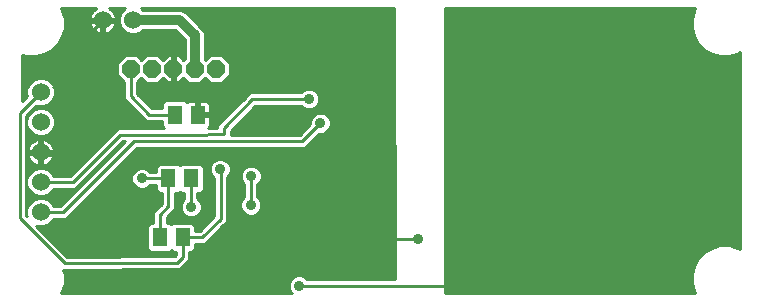
<source format=gbl>
G75*
G70*
%OFA0B0*%
%FSLAX24Y24*%
%IPPOS*%
%LPD*%
%AMOC8*
5,1,8,0,0,1.08239X$1,22.5*
%
%ADD10R,0.0512X0.0630*%
%ADD11C,0.0600*%
%ADD12OC8,0.0594*%
%ADD13OC8,0.0357*%
%ADD14C,0.0100*%
%ADD15C,0.0359*%
%ADD16C,0.0320*%
%ADD17C,0.0357*%
D10*
X005519Y002602D03*
X006267Y002602D03*
X006542Y004560D03*
X005794Y004560D03*
X006020Y006688D03*
X006768Y006688D03*
D11*
X001533Y006432D03*
X001533Y007432D03*
X001533Y005432D03*
X001533Y004432D03*
X001533Y003432D03*
X003606Y009834D03*
X004606Y009834D03*
D12*
X004538Y008214D03*
X005247Y008214D03*
X005956Y008214D03*
X006664Y008214D03*
X007373Y008214D03*
D13*
X017593Y006482D03*
X018093Y006482D03*
X018593Y006482D03*
X019093Y006482D03*
X019593Y006482D03*
X020093Y006482D03*
X020593Y006482D03*
X020593Y005982D03*
X020093Y005982D03*
X020093Y005482D03*
X020593Y005482D03*
X020593Y004982D03*
X020093Y004982D03*
X018222Y004750D03*
X017783Y004765D03*
X017774Y005274D03*
X018228Y005270D03*
X018231Y005748D03*
X017783Y005757D03*
X017738Y007712D03*
X018207Y007711D03*
X018207Y008170D03*
X018207Y008170D03*
X017725Y008164D03*
X017727Y008628D03*
X018207Y008628D03*
X019593Y008982D03*
X020093Y008982D03*
X020593Y008982D03*
X020593Y008482D03*
X020093Y008482D03*
X020093Y007982D03*
X020593Y007982D03*
X020593Y003482D03*
X020093Y003482D03*
X019593Y003482D03*
X019093Y003482D03*
X018593Y003482D03*
X018093Y003482D03*
X017593Y003482D03*
X017725Y002669D03*
X018195Y002663D03*
X018195Y002211D03*
X017725Y002212D03*
X017725Y001748D03*
X018195Y001747D03*
X020093Y001982D03*
X020093Y002482D03*
X020593Y002482D03*
X020593Y002982D03*
X020093Y002982D03*
X019593Y002982D03*
D14*
X002257Y000807D02*
X002214Y000731D01*
X009906Y000731D01*
X009855Y000782D01*
X009802Y000910D01*
X009802Y001049D01*
X009855Y001178D01*
X009954Y001276D01*
X010082Y001329D01*
X010221Y001329D01*
X010349Y001276D01*
X010425Y001200D01*
X013331Y001200D01*
X013313Y010229D01*
X004874Y010230D01*
X004937Y010168D01*
X006225Y010168D01*
X006346Y010118D01*
X006439Y010025D01*
X006439Y010025D01*
X006859Y009605D01*
X006859Y009605D01*
X006952Y009512D01*
X007003Y009391D01*
X007003Y008536D01*
X007019Y008520D01*
X007180Y008681D01*
X007566Y008681D01*
X007840Y008408D01*
X007840Y008021D01*
X007566Y007747D01*
X007180Y007747D01*
X007019Y007908D01*
X006858Y007747D01*
X006471Y007747D01*
X006296Y007923D01*
X006141Y007767D01*
X006004Y007767D01*
X006004Y008166D01*
X005907Y008166D01*
X005907Y007767D01*
X005771Y007767D01*
X005615Y007923D01*
X005440Y007747D01*
X005054Y007747D01*
X004893Y007908D01*
X004757Y007773D01*
X004757Y007387D01*
X005236Y006908D01*
X005594Y006908D01*
X005594Y007073D01*
X005693Y007173D01*
X006346Y007173D01*
X006408Y007111D01*
X006420Y007123D01*
X006454Y007143D01*
X006492Y007153D01*
X006718Y007153D01*
X006718Y006738D01*
X006818Y006738D01*
X007174Y006738D01*
X007174Y007023D01*
X007163Y007061D01*
X007144Y007095D01*
X007116Y007123D01*
X007081Y007143D01*
X007043Y007153D01*
X006818Y007153D01*
X006818Y006738D01*
X006818Y006638D01*
X007174Y006638D01*
X007174Y006353D01*
X007163Y006315D01*
X007144Y006281D01*
X007116Y006253D01*
X007109Y006249D01*
X007428Y006255D01*
X007428Y006338D01*
X008373Y007283D01*
X008373Y007293D01*
X008376Y007297D01*
X008505Y007426D01*
X010204Y007426D01*
X010279Y007501D01*
X010407Y007554D01*
X010546Y007554D01*
X010674Y007501D01*
X010772Y007403D01*
X010825Y007275D01*
X010825Y007137D01*
X010772Y007009D01*
X010674Y006911D01*
X010546Y006858D01*
X010407Y006858D01*
X010279Y006911D01*
X010204Y006986D01*
X008698Y006986D01*
X008684Y006972D01*
X007868Y006156D01*
X007868Y006041D01*
X007868Y006022D01*
X010171Y006022D01*
X010514Y006364D01*
X010514Y006471D01*
X010567Y006599D01*
X010665Y006697D01*
X010793Y006750D01*
X010932Y006750D01*
X011060Y006697D01*
X011158Y006599D01*
X011211Y006471D01*
X011211Y006332D01*
X011158Y006204D01*
X011060Y006106D01*
X010932Y006053D01*
X010825Y006053D01*
X010483Y005711D01*
X010483Y005711D01*
X010354Y005582D01*
X004744Y005582D01*
X002374Y003212D01*
X002191Y003212D01*
X001950Y003212D01*
X001931Y003166D01*
X001799Y003033D01*
X001626Y002962D01*
X001439Y002962D01*
X001396Y002980D01*
X002423Y001952D01*
X005950Y001971D01*
X005950Y001972D01*
X006002Y001972D01*
X006046Y002016D01*
X006046Y002117D01*
X005940Y002117D01*
X005893Y002165D01*
X005845Y002117D01*
X005192Y002117D01*
X005093Y002216D01*
X005093Y002987D01*
X005192Y003087D01*
X005293Y003087D01*
X005293Y003261D01*
X005293Y003443D01*
X005573Y003723D01*
X005573Y004076D01*
X005468Y004076D01*
X005368Y004175D01*
X005368Y004339D01*
X005177Y004339D01*
X005101Y004262D01*
X004973Y004209D01*
X004834Y004209D01*
X004706Y004262D01*
X004607Y004361D01*
X004554Y004489D01*
X004554Y004628D01*
X004607Y004756D01*
X004706Y004855D01*
X004834Y004908D01*
X004973Y004908D01*
X005101Y004855D01*
X005177Y004779D01*
X005368Y004779D01*
X005368Y004946D01*
X005468Y005045D01*
X006120Y005045D01*
X006168Y004998D01*
X006216Y005045D01*
X006869Y005045D01*
X006968Y004946D01*
X006968Y004175D01*
X006869Y004076D01*
X006762Y004076D01*
X006762Y003895D01*
X006848Y003809D01*
X006901Y003681D01*
X006901Y003542D01*
X006848Y003414D01*
X006750Y003316D01*
X006622Y003263D01*
X006483Y003263D01*
X006355Y003316D01*
X006257Y003414D01*
X006204Y003542D01*
X006204Y003681D01*
X006013Y003681D01*
X006013Y003779D02*
X006245Y003779D01*
X006257Y003809D02*
X006204Y003681D01*
X006204Y003582D02*
X006013Y003582D01*
X006013Y003541D02*
X006013Y004076D01*
X006120Y004076D01*
X006168Y004123D01*
X006216Y004076D01*
X006322Y004076D01*
X006322Y003874D01*
X006257Y003809D01*
X006322Y003878D02*
X006013Y003878D01*
X006013Y003976D02*
X006322Y003976D01*
X006322Y004075D02*
X006013Y004075D01*
X005573Y004075D02*
X003237Y004075D01*
X003335Y004174D02*
X005370Y004174D01*
X005368Y004272D02*
X005111Y004272D01*
X004696Y004272D02*
X003434Y004272D01*
X003532Y004371D02*
X004603Y004371D01*
X004562Y004469D02*
X003631Y004469D01*
X003730Y004568D02*
X004554Y004568D01*
X004570Y004666D02*
X003828Y004666D01*
X003927Y004765D02*
X004616Y004765D01*
X004727Y004863D02*
X004025Y004863D01*
X004124Y004962D02*
X005384Y004962D01*
X005368Y004863D02*
X005080Y004863D01*
X004903Y004559D02*
X005792Y004559D01*
X005794Y004560D01*
X005793Y004559D01*
X005793Y003632D01*
X005513Y003352D01*
X005513Y002592D01*
X005503Y002602D01*
X005519Y002602D01*
X005093Y002597D02*
X001779Y002597D01*
X001877Y002498D02*
X005093Y002498D01*
X005093Y002400D02*
X001976Y002400D01*
X002074Y002301D02*
X005093Y002301D01*
X005106Y002203D02*
X002173Y002203D01*
X002271Y002104D02*
X006046Y002104D01*
X006035Y002006D02*
X002370Y002006D01*
X002333Y001732D02*
X000833Y003232D01*
X000833Y006732D01*
X001533Y007432D01*
X001063Y007425D02*
X000925Y007425D01*
X000925Y007327D02*
X001067Y007327D01*
X001063Y007338D02*
X001082Y007292D01*
X000926Y007136D01*
X000920Y008677D01*
X001089Y008632D01*
X001378Y008632D01*
X001658Y008707D01*
X001909Y008852D01*
X002114Y009056D01*
X002258Y009307D01*
X002333Y009587D01*
X002333Y009877D01*
X002258Y010156D01*
X002216Y010231D01*
X003394Y010230D01*
X003370Y010219D01*
X003313Y010177D01*
X003263Y010127D01*
X003221Y010070D01*
X003189Y010006D01*
X003167Y009939D01*
X003159Y009884D01*
X003556Y009884D01*
X003556Y009784D01*
X003159Y009784D01*
X003167Y009728D01*
X003189Y009661D01*
X003221Y009598D01*
X003263Y009541D01*
X003313Y009491D01*
X003370Y009449D01*
X003433Y009417D01*
X003501Y009395D01*
X003556Y009386D01*
X003556Y009784D01*
X003656Y009784D01*
X003656Y009884D01*
X004054Y009884D01*
X004045Y009939D01*
X004023Y010006D01*
X003991Y010070D01*
X003949Y010127D01*
X003899Y010177D01*
X003842Y010219D01*
X003819Y010230D01*
X004338Y010230D01*
X004208Y010100D01*
X004136Y009927D01*
X004136Y009740D01*
X004208Y009568D01*
X004340Y009435D01*
X004513Y009364D01*
X004700Y009364D01*
X004872Y009435D01*
X004945Y009508D01*
X006023Y009508D01*
X006343Y009188D01*
X006343Y008553D01*
X006296Y008506D01*
X006141Y008661D01*
X006004Y008661D01*
X006004Y008263D01*
X005907Y008263D01*
X005907Y008661D01*
X005771Y008661D01*
X005615Y008506D01*
X005440Y008681D01*
X005054Y008681D01*
X004893Y008520D01*
X004732Y008681D01*
X004345Y008681D01*
X004071Y008408D01*
X004071Y008021D01*
X004317Y007775D01*
X004317Y007205D01*
X004446Y007076D01*
X005054Y006468D01*
X005236Y006468D01*
X005594Y006468D01*
X005594Y006303D01*
X005657Y006239D01*
X004281Y006239D01*
X004099Y006239D01*
X002511Y004652D01*
X001950Y004652D01*
X001931Y004698D01*
X001799Y004830D01*
X001626Y004902D01*
X001439Y004902D01*
X001266Y004830D01*
X001134Y004698D01*
X001063Y004525D01*
X001063Y004338D01*
X001134Y004166D01*
X001266Y004033D01*
X001439Y003962D01*
X001626Y003962D01*
X001799Y004033D01*
X001931Y004166D01*
X001950Y004212D01*
X002511Y004212D01*
X002694Y004212D01*
X004281Y005799D01*
X004339Y005799D01*
X002191Y003652D01*
X001950Y003652D01*
X001931Y003698D01*
X001799Y003830D01*
X001626Y003902D01*
X001439Y003902D01*
X001266Y003830D01*
X001134Y003698D01*
X001063Y003525D01*
X001063Y003338D01*
X001081Y003295D01*
X001053Y003323D01*
X001053Y006641D01*
X001393Y006981D01*
X001439Y006962D01*
X001626Y006962D01*
X001799Y007033D01*
X001931Y007166D01*
X002003Y007338D01*
X002003Y007525D01*
X001931Y007698D01*
X001799Y007830D01*
X001626Y007902D01*
X001439Y007902D01*
X001266Y007830D01*
X001134Y007698D01*
X001063Y007525D01*
X001063Y007338D01*
X001018Y007228D02*
X000925Y007228D01*
X001345Y006933D02*
X004589Y006933D01*
X004490Y007031D02*
X001794Y007031D01*
X001895Y007130D02*
X004392Y007130D01*
X004317Y007228D02*
X001957Y007228D01*
X001998Y007327D02*
X004317Y007327D01*
X004317Y007425D02*
X002003Y007425D01*
X002003Y007524D02*
X004317Y007524D01*
X004317Y007623D02*
X001962Y007623D01*
X001908Y007721D02*
X004317Y007721D01*
X004273Y007820D02*
X001809Y007820D01*
X001256Y007820D02*
X000923Y007820D01*
X000923Y007918D02*
X004174Y007918D01*
X004076Y008017D02*
X000922Y008017D01*
X000922Y008115D02*
X004071Y008115D01*
X004071Y008214D02*
X000922Y008214D01*
X000921Y008312D02*
X004071Y008312D01*
X004075Y008411D02*
X000921Y008411D01*
X000920Y008509D02*
X004173Y008509D01*
X004272Y008608D02*
X000920Y008608D01*
X001657Y008707D02*
X006343Y008707D01*
X006343Y008805D02*
X001828Y008805D01*
X001961Y008904D02*
X006343Y008904D01*
X006343Y009002D02*
X002059Y009002D01*
X002139Y009101D02*
X006343Y009101D01*
X006332Y009199D02*
X002196Y009199D01*
X002253Y009298D02*
X006233Y009298D01*
X006134Y009396D02*
X004778Y009396D01*
X004932Y009495D02*
X006036Y009495D01*
X006674Y009791D02*
X013314Y009791D01*
X013314Y009889D02*
X006575Y009889D01*
X006476Y009988D02*
X013314Y009988D01*
X013313Y010086D02*
X006378Y010086D01*
X006772Y009692D02*
X013314Y009692D01*
X013314Y009593D02*
X006871Y009593D01*
X006959Y009495D02*
X013314Y009495D01*
X013315Y009396D02*
X007000Y009396D01*
X007003Y009298D02*
X013315Y009298D01*
X013315Y009199D02*
X007003Y009199D01*
X007003Y009101D02*
X013315Y009101D01*
X013315Y009002D02*
X007003Y009002D01*
X007003Y008904D02*
X013316Y008904D01*
X013316Y008805D02*
X007003Y008805D01*
X007003Y008707D02*
X013316Y008707D01*
X013316Y008608D02*
X007639Y008608D01*
X007738Y008509D02*
X013316Y008509D01*
X013317Y008411D02*
X007836Y008411D01*
X007840Y008312D02*
X013317Y008312D01*
X013317Y008214D02*
X007840Y008214D01*
X007840Y008115D02*
X013317Y008115D01*
X013317Y008017D02*
X007836Y008017D01*
X007737Y007918D02*
X013318Y007918D01*
X013318Y007820D02*
X007639Y007820D01*
X007107Y007820D02*
X006930Y007820D01*
X006399Y007820D02*
X006193Y007820D01*
X006291Y007918D02*
X006300Y007918D01*
X006004Y007918D02*
X005907Y007918D01*
X005907Y007820D02*
X006004Y007820D01*
X005718Y007820D02*
X005512Y007820D01*
X005611Y007918D02*
X005620Y007918D01*
X005907Y008017D02*
X006004Y008017D01*
X006004Y008115D02*
X005907Y008115D01*
X005907Y008312D02*
X006004Y008312D01*
X006004Y008411D02*
X005907Y008411D01*
X005907Y008509D02*
X006004Y008509D01*
X006004Y008608D02*
X005907Y008608D01*
X005717Y008608D02*
X005513Y008608D01*
X005612Y008509D02*
X005619Y008509D01*
X004980Y008608D02*
X004805Y008608D01*
X004538Y008214D02*
X004537Y008213D01*
X004537Y007296D01*
X005145Y006688D01*
X006020Y006688D01*
X005594Y006440D02*
X002003Y006440D01*
X002003Y006525D02*
X002003Y006338D01*
X001931Y006166D01*
X001799Y006033D01*
X001626Y005962D01*
X001439Y005962D01*
X001266Y006033D01*
X001134Y006166D01*
X001063Y006338D01*
X001063Y006525D01*
X001134Y006698D01*
X001266Y006830D01*
X001439Y006902D01*
X001626Y006902D01*
X001799Y006830D01*
X001931Y006698D01*
X002003Y006525D01*
X001997Y006539D02*
X004983Y006539D01*
X004885Y006637D02*
X001956Y006637D01*
X001893Y006736D02*
X004786Y006736D01*
X004688Y006834D02*
X001789Y006834D01*
X001276Y006834D02*
X001246Y006834D01*
X001172Y006736D02*
X001148Y006736D01*
X001109Y006637D02*
X001053Y006637D01*
X001053Y006539D02*
X001068Y006539D01*
X001063Y006440D02*
X001053Y006440D01*
X001053Y006341D02*
X001063Y006341D01*
X001053Y006243D02*
X001102Y006243D01*
X001053Y006144D02*
X001155Y006144D01*
X001254Y006046D02*
X001053Y006046D01*
X001053Y005947D02*
X003807Y005947D01*
X003708Y005849D02*
X001705Y005849D01*
X001638Y005871D01*
X001583Y005879D01*
X001583Y005482D01*
X001980Y005482D01*
X001971Y005537D01*
X001950Y005605D01*
X001917Y005668D01*
X001876Y005725D01*
X001826Y005775D01*
X001768Y005817D01*
X001705Y005849D01*
X001583Y005849D02*
X001483Y005849D01*
X001483Y005879D02*
X001427Y005871D01*
X001360Y005849D01*
X001297Y005817D01*
X001239Y005775D01*
X001189Y005725D01*
X001148Y005668D01*
X001116Y005605D01*
X001094Y005537D01*
X001085Y005482D01*
X001482Y005482D01*
X001482Y005382D01*
X001085Y005382D01*
X001094Y005326D01*
X001116Y005259D01*
X001148Y005196D01*
X001189Y005139D01*
X001239Y005089D01*
X001297Y005047D01*
X001360Y005015D01*
X001427Y004993D01*
X001483Y004984D01*
X001483Y005382D01*
X001583Y005382D01*
X001583Y005482D01*
X001483Y005482D01*
X001483Y005879D01*
X001360Y005849D02*
X001053Y005849D01*
X001053Y005750D02*
X001215Y005750D01*
X001140Y005652D02*
X001053Y005652D01*
X001053Y005553D02*
X001099Y005553D01*
X001053Y005455D02*
X001482Y005455D01*
X001533Y005432D02*
X001634Y005330D01*
X002061Y005330D01*
X002343Y005612D01*
X002343Y008570D01*
X003606Y009834D01*
X003556Y009791D02*
X002333Y009791D01*
X002330Y009889D02*
X003159Y009889D01*
X003183Y009988D02*
X002304Y009988D01*
X002277Y010086D02*
X003233Y010086D01*
X003324Y010185D02*
X002242Y010185D01*
X002333Y009692D02*
X003179Y009692D01*
X003225Y009593D02*
X002333Y009593D01*
X002309Y009495D02*
X003309Y009495D01*
X003496Y009396D02*
X002282Y009396D01*
X003556Y009396D02*
X003656Y009396D01*
X003656Y009386D02*
X003712Y009395D01*
X003779Y009417D01*
X003842Y009449D01*
X003899Y009491D01*
X003949Y009541D01*
X003991Y009598D01*
X004023Y009661D01*
X004045Y009728D01*
X004054Y009784D01*
X003656Y009784D01*
X003656Y009386D01*
X003716Y009396D02*
X004434Y009396D01*
X004280Y009495D02*
X003904Y009495D01*
X003988Y009593D02*
X004197Y009593D01*
X004156Y009692D02*
X004033Y009692D01*
X004136Y009791D02*
X003656Y009791D01*
X003656Y009692D02*
X003556Y009692D01*
X003556Y009593D02*
X003656Y009593D01*
X003656Y009495D02*
X003556Y009495D01*
X004053Y009889D02*
X004136Y009889D01*
X004161Y009988D02*
X004029Y009988D01*
X003979Y010086D02*
X004202Y010086D01*
X004292Y010185D02*
X003889Y010185D01*
X004920Y010185D02*
X013313Y010185D01*
X015023Y010185D02*
X023324Y010185D01*
X023308Y010156D02*
X023233Y009877D01*
X023233Y009587D01*
X023308Y009307D01*
X023452Y009056D01*
X023657Y008852D01*
X023908Y008707D01*
X024188Y008632D01*
X024477Y008632D01*
X024757Y008707D01*
X024853Y008762D01*
X024853Y002202D01*
X024757Y002257D01*
X024477Y002332D01*
X024188Y002332D01*
X023908Y002257D01*
X023657Y002112D01*
X023452Y001907D01*
X015023Y001907D01*
X015023Y001809D02*
X023395Y001809D01*
X023452Y001907D02*
X023308Y001656D01*
X023233Y001377D01*
X023233Y001087D01*
X023308Y000807D01*
X023351Y000732D01*
X015023Y000732D01*
X015023Y010229D01*
X023349Y010228D01*
X023308Y010156D01*
X023289Y010086D02*
X015023Y010086D01*
X015023Y009988D02*
X023262Y009988D01*
X023236Y009889D02*
X015023Y009889D01*
X015023Y009791D02*
X023233Y009791D01*
X023233Y009692D02*
X015023Y009692D01*
X015023Y009593D02*
X023233Y009593D01*
X023257Y009495D02*
X015023Y009495D01*
X015023Y009396D02*
X023284Y009396D01*
X023313Y009298D02*
X015023Y009298D01*
X015023Y009199D02*
X023370Y009199D01*
X023427Y009101D02*
X015023Y009101D01*
X015023Y009002D02*
X023507Y009002D01*
X023605Y008904D02*
X015023Y008904D01*
X015023Y008805D02*
X023738Y008805D01*
X023909Y008707D02*
X015023Y008707D01*
X015023Y008608D02*
X024853Y008608D01*
X024853Y008707D02*
X024756Y008707D01*
X024853Y008509D02*
X015023Y008509D01*
X015023Y008411D02*
X024853Y008411D01*
X024853Y008312D02*
X015023Y008312D01*
X015023Y008214D02*
X024853Y008214D01*
X024853Y008115D02*
X015023Y008115D01*
X015023Y008017D02*
X024853Y008017D01*
X024853Y007918D02*
X015023Y007918D01*
X015023Y007820D02*
X024853Y007820D01*
X024853Y007721D02*
X015023Y007721D01*
X015023Y007623D02*
X024853Y007623D01*
X024853Y007524D02*
X015023Y007524D01*
X015023Y007425D02*
X024853Y007425D01*
X024853Y007327D02*
X015023Y007327D01*
X015023Y007228D02*
X024853Y007228D01*
X024853Y007130D02*
X015023Y007130D01*
X015023Y007031D02*
X024853Y007031D01*
X024853Y006933D02*
X015023Y006933D01*
X015023Y006834D02*
X024853Y006834D01*
X024853Y006736D02*
X015023Y006736D01*
X015023Y006637D02*
X024853Y006637D01*
X024853Y006539D02*
X015023Y006539D01*
X015023Y006440D02*
X024853Y006440D01*
X024853Y006341D02*
X015023Y006341D01*
X015023Y006243D02*
X024853Y006243D01*
X024853Y006144D02*
X015023Y006144D01*
X015023Y006046D02*
X024853Y006046D01*
X024853Y005947D02*
X015023Y005947D01*
X015023Y005849D02*
X024853Y005849D01*
X024853Y005750D02*
X015023Y005750D01*
X015023Y005652D02*
X024853Y005652D01*
X024853Y005553D02*
X015023Y005553D01*
X015023Y005455D02*
X024853Y005455D01*
X024853Y005356D02*
X015023Y005356D01*
X015023Y005258D02*
X024853Y005258D01*
X024853Y005159D02*
X015023Y005159D01*
X015023Y005060D02*
X024853Y005060D01*
X024853Y004962D02*
X015023Y004962D01*
X015023Y004863D02*
X024853Y004863D01*
X024853Y004765D02*
X015023Y004765D01*
X015023Y004666D02*
X024853Y004666D01*
X024853Y004568D02*
X015023Y004568D01*
X015023Y004469D02*
X024853Y004469D01*
X024853Y004371D02*
X015023Y004371D01*
X015023Y004272D02*
X024853Y004272D01*
X024853Y004174D02*
X015023Y004174D01*
X015023Y004075D02*
X024853Y004075D01*
X024853Y003976D02*
X015023Y003976D01*
X015023Y003878D02*
X024853Y003878D01*
X024853Y003779D02*
X015023Y003779D01*
X015023Y003681D02*
X024853Y003681D01*
X024853Y003582D02*
X015023Y003582D01*
X015023Y003484D02*
X024853Y003484D01*
X024853Y003385D02*
X015023Y003385D01*
X015023Y003287D02*
X024853Y003287D01*
X024853Y003188D02*
X015023Y003188D01*
X015023Y003090D02*
X024853Y003090D01*
X024853Y002991D02*
X015023Y002991D01*
X015023Y002892D02*
X024853Y002892D01*
X024853Y002794D02*
X015023Y002794D01*
X015023Y002695D02*
X024853Y002695D01*
X024853Y002597D02*
X015023Y002597D01*
X015023Y002498D02*
X024853Y002498D01*
X024853Y002400D02*
X015023Y002400D01*
X015023Y002301D02*
X024074Y002301D01*
X023814Y002203D02*
X015023Y002203D01*
X015023Y002104D02*
X023649Y002104D01*
X023551Y002006D02*
X015023Y002006D01*
X015023Y001710D02*
X023339Y001710D01*
X023296Y001611D02*
X015023Y001611D01*
X015023Y001513D02*
X023269Y001513D01*
X023243Y001414D02*
X015023Y001414D01*
X015023Y001316D02*
X023233Y001316D01*
X023233Y001217D02*
X015023Y001217D01*
X015023Y001119D02*
X023233Y001119D01*
X023250Y001020D02*
X015023Y001020D01*
X015081Y000980D02*
X015333Y001232D01*
X015081Y000980D02*
X010151Y000980D01*
X009838Y000823D02*
X002262Y000823D01*
X002257Y000807D02*
X002332Y001087D01*
X002332Y001377D01*
X002296Y001512D01*
X002330Y001512D01*
X002424Y001512D01*
X006038Y001532D01*
X006184Y001532D01*
X006357Y001705D01*
X006486Y001834D01*
X006486Y002117D01*
X006593Y002117D01*
X006692Y002216D01*
X006692Y002382D01*
X006831Y002382D01*
X007014Y002382D01*
X007624Y002992D01*
X007753Y003121D01*
X007753Y004599D01*
X007818Y004664D01*
X007871Y004792D01*
X007871Y004931D01*
X007818Y005059D01*
X007720Y005157D01*
X007592Y005210D01*
X007453Y005210D01*
X007325Y005157D01*
X007227Y005059D01*
X007174Y004931D01*
X007174Y004792D01*
X007227Y004664D01*
X007313Y004579D01*
X007313Y003303D01*
X006831Y002822D01*
X006692Y002822D01*
X006692Y002987D01*
X006593Y003087D01*
X005940Y003087D01*
X005893Y003039D01*
X005845Y003087D01*
X005733Y003087D01*
X005733Y003261D01*
X005884Y003412D01*
X006013Y003541D01*
X005956Y003484D02*
X006228Y003484D01*
X006286Y003385D02*
X005857Y003385D01*
X005759Y003287D02*
X006427Y003287D01*
X006678Y003287D02*
X007296Y003287D01*
X007313Y003385D02*
X006819Y003385D01*
X006877Y003484D02*
X007313Y003484D01*
X007313Y003582D02*
X006901Y003582D01*
X006901Y003681D02*
X007313Y003681D01*
X007313Y003779D02*
X006860Y003779D01*
X006779Y003878D02*
X007313Y003878D01*
X007313Y003976D02*
X006762Y003976D01*
X006762Y004075D02*
X007313Y004075D01*
X007313Y004174D02*
X006967Y004174D01*
X006968Y004272D02*
X007313Y004272D01*
X007313Y004371D02*
X006968Y004371D01*
X006968Y004469D02*
X007313Y004469D01*
X007313Y004568D02*
X006968Y004568D01*
X006968Y004666D02*
X007226Y004666D01*
X007186Y004765D02*
X006968Y004765D01*
X006968Y004863D02*
X007174Y004863D01*
X007187Y004962D02*
X006952Y004962D01*
X007228Y005060D02*
X004222Y005060D01*
X004321Y005159D02*
X007330Y005159D01*
X007716Y005159D02*
X013323Y005159D01*
X013323Y005258D02*
X004419Y005258D01*
X004518Y005356D02*
X013323Y005356D01*
X013323Y005455D02*
X004616Y005455D01*
X004715Y005553D02*
X013322Y005553D01*
X013322Y005652D02*
X010424Y005652D01*
X010522Y005750D02*
X013322Y005750D01*
X013322Y005849D02*
X010621Y005849D01*
X010719Y005947D02*
X013322Y005947D01*
X013321Y006046D02*
X010818Y006046D01*
X011098Y006144D02*
X013321Y006144D01*
X013321Y006243D02*
X011174Y006243D01*
X011211Y006341D02*
X013321Y006341D01*
X013321Y006440D02*
X011211Y006440D01*
X011183Y006539D02*
X013320Y006539D01*
X013320Y006637D02*
X011120Y006637D01*
X010967Y006736D02*
X013320Y006736D01*
X013320Y006834D02*
X008546Y006834D01*
X008448Y006736D02*
X010758Y006736D01*
X010605Y006637D02*
X008349Y006637D01*
X008250Y006539D02*
X010542Y006539D01*
X010514Y006440D02*
X008152Y006440D01*
X008053Y006341D02*
X010491Y006341D01*
X010393Y006243D02*
X007955Y006243D01*
X007868Y006144D02*
X010294Y006144D01*
X010196Y006046D02*
X007868Y006046D01*
X007648Y006039D02*
X007648Y006247D01*
X008593Y007192D01*
X008593Y007202D01*
X008596Y007206D01*
X010477Y007206D01*
X010804Y007327D02*
X013319Y007327D01*
X013319Y007425D02*
X010750Y007425D01*
X010620Y007524D02*
X013318Y007524D01*
X013318Y007623D02*
X004757Y007623D01*
X004757Y007721D02*
X013318Y007721D01*
X013319Y007228D02*
X010825Y007228D01*
X010822Y007130D02*
X013319Y007130D01*
X013319Y007031D02*
X010782Y007031D01*
X010696Y006933D02*
X013320Y006933D01*
X010911Y007512D02*
X010833Y007590D01*
X010334Y007524D02*
X004757Y007524D01*
X004757Y007425D02*
X008505Y007425D01*
X008406Y007327D02*
X004817Y007327D01*
X004916Y007228D02*
X008318Y007228D01*
X008220Y007130D02*
X007104Y007130D01*
X007171Y007031D02*
X008121Y007031D01*
X008022Y006933D02*
X007174Y006933D01*
X007174Y006834D02*
X007924Y006834D01*
X007825Y006736D02*
X006818Y006736D01*
X006818Y006834D02*
X006718Y006834D01*
X006718Y006933D02*
X006818Y006933D01*
X006818Y007031D02*
X006718Y007031D01*
X006718Y007130D02*
X006818Y007130D01*
X006431Y007130D02*
X006389Y007130D01*
X005650Y007130D02*
X005014Y007130D01*
X005113Y007031D02*
X005594Y007031D01*
X005594Y006933D02*
X005211Y006933D01*
X005594Y006341D02*
X002003Y006341D01*
X001963Y006243D02*
X005654Y006243D01*
X006553Y006019D02*
X004190Y006019D01*
X002603Y004432D01*
X001533Y004432D01*
X001063Y004469D02*
X001053Y004469D01*
X001053Y004371D02*
X001063Y004371D01*
X001053Y004272D02*
X001090Y004272D01*
X001053Y004174D02*
X001131Y004174D01*
X001053Y004075D02*
X001225Y004075D01*
X001053Y003976D02*
X001404Y003976D01*
X001381Y003878D02*
X001053Y003878D01*
X001053Y003779D02*
X001215Y003779D01*
X001127Y003681D02*
X001053Y003681D01*
X001053Y003582D02*
X001086Y003582D01*
X001063Y003484D02*
X001053Y003484D01*
X001053Y003385D02*
X001063Y003385D01*
X001533Y003432D02*
X002283Y003432D01*
X004653Y005802D01*
X010263Y005802D01*
X010863Y006402D01*
X010257Y006933D02*
X008645Y006933D01*
X007727Y006637D02*
X007174Y006637D01*
X007174Y006539D02*
X007628Y006539D01*
X007530Y006440D02*
X007174Y006440D01*
X007170Y006341D02*
X007431Y006341D01*
X007648Y006039D02*
X006553Y006019D01*
X007817Y005060D02*
X013323Y005060D01*
X013324Y004962D02*
X008690Y004962D01*
X008750Y004937D02*
X008622Y004990D01*
X008483Y004990D01*
X008355Y004937D01*
X008257Y004839D01*
X008204Y004711D01*
X008204Y004572D01*
X008257Y004444D01*
X008323Y004379D01*
X008323Y003935D01*
X008247Y003859D01*
X008194Y003731D01*
X008194Y003592D01*
X008247Y003464D01*
X008345Y003366D01*
X008473Y003313D01*
X008612Y003313D01*
X008740Y003366D01*
X008838Y003464D01*
X008891Y003592D01*
X008891Y003731D01*
X008838Y003859D01*
X008763Y003935D01*
X008763Y004359D01*
X008848Y004444D01*
X008901Y004572D01*
X008901Y004711D01*
X008848Y004839D01*
X008750Y004937D01*
X008824Y004863D02*
X013324Y004863D01*
X013324Y004765D02*
X008879Y004765D01*
X008901Y004666D02*
X013324Y004666D01*
X013324Y004568D02*
X008899Y004568D01*
X008858Y004469D02*
X013325Y004469D01*
X013325Y004371D02*
X008774Y004371D01*
X008763Y004272D02*
X013325Y004272D01*
X013325Y004174D02*
X008763Y004174D01*
X008763Y004075D02*
X013325Y004075D01*
X013326Y003976D02*
X008763Y003976D01*
X008819Y003878D02*
X013326Y003878D01*
X013326Y003779D02*
X008871Y003779D01*
X008891Y003681D02*
X013326Y003681D01*
X013326Y003582D02*
X008887Y003582D01*
X008846Y003484D02*
X013326Y003484D01*
X013327Y003385D02*
X008759Y003385D01*
X008326Y003385D02*
X007753Y003385D01*
X007753Y003287D02*
X013327Y003287D01*
X013327Y003188D02*
X007753Y003188D01*
X007721Y003090D02*
X013327Y003090D01*
X013327Y002991D02*
X007623Y002991D01*
X007524Y002892D02*
X013328Y002892D01*
X013328Y002794D02*
X007426Y002794D01*
X007327Y002695D02*
X013328Y002695D01*
X013328Y002597D02*
X007229Y002597D01*
X007130Y002498D02*
X013328Y002498D01*
X013329Y002400D02*
X007032Y002400D01*
X006692Y002301D02*
X013329Y002301D01*
X013329Y002203D02*
X006679Y002203D01*
X006486Y002104D02*
X013329Y002104D01*
X013329Y002006D02*
X006486Y002006D01*
X006486Y001907D02*
X013330Y001907D01*
X013330Y001809D02*
X006461Y001809D01*
X006362Y001710D02*
X013330Y001710D01*
X013330Y001611D02*
X006263Y001611D01*
X006093Y001752D02*
X006266Y001925D01*
X006266Y002601D01*
X006267Y002602D01*
X006923Y002602D01*
X007533Y003212D01*
X007533Y004852D01*
X007523Y004862D01*
X007871Y004863D02*
X008281Y004863D01*
X008226Y004765D02*
X007859Y004765D01*
X007819Y004666D02*
X008204Y004666D01*
X008206Y004568D02*
X007753Y004568D01*
X007753Y004469D02*
X008247Y004469D01*
X008323Y004371D02*
X007753Y004371D01*
X007753Y004272D02*
X008323Y004272D01*
X008323Y004174D02*
X007753Y004174D01*
X007753Y004075D02*
X008323Y004075D01*
X008323Y003976D02*
X007753Y003976D01*
X007753Y003878D02*
X008266Y003878D01*
X008214Y003779D02*
X007753Y003779D01*
X007753Y003681D02*
X008194Y003681D01*
X008198Y003582D02*
X007753Y003582D01*
X007753Y003484D02*
X008239Y003484D01*
X008543Y003662D02*
X008543Y004632D01*
X008553Y004642D01*
X008415Y004962D02*
X007858Y004962D01*
X006542Y004560D02*
X006542Y003622D01*
X006553Y003612D01*
X007198Y003188D02*
X005733Y003188D01*
X005733Y003090D02*
X007099Y003090D01*
X007001Y002991D02*
X006689Y002991D01*
X006692Y002892D02*
X006902Y002892D01*
X005293Y003090D02*
X001855Y003090D01*
X001940Y003188D02*
X005293Y003188D01*
X005293Y003287D02*
X002449Y003287D01*
X002547Y003385D02*
X005293Y003385D01*
X005333Y003484D02*
X002646Y003484D01*
X002744Y003582D02*
X005432Y003582D01*
X005531Y003681D02*
X002843Y003681D01*
X002941Y003779D02*
X005573Y003779D01*
X005573Y003878D02*
X003040Y003878D01*
X003138Y003976D02*
X005573Y003976D01*
X003403Y004863D02*
X003345Y004863D01*
X003305Y004765D02*
X003247Y004765D01*
X003206Y004666D02*
X003148Y004666D01*
X003107Y004568D02*
X003050Y004568D01*
X003009Y004469D02*
X002951Y004469D01*
X002910Y004371D02*
X002853Y004371D01*
X002812Y004272D02*
X002754Y004272D01*
X002713Y004174D02*
X001934Y004174D01*
X001840Y004075D02*
X002615Y004075D01*
X002516Y003976D02*
X001661Y003976D01*
X001684Y003878D02*
X002418Y003878D01*
X002319Y003779D02*
X001850Y003779D01*
X001938Y003681D02*
X002221Y003681D01*
X001697Y002991D02*
X005097Y002991D01*
X005093Y002892D02*
X001483Y002892D01*
X001582Y002794D02*
X005093Y002794D01*
X005093Y002695D02*
X001680Y002695D01*
X002333Y001732D02*
X006041Y001752D01*
X006093Y001752D01*
X002526Y001513D02*
X013330Y001513D01*
X013331Y001414D02*
X002322Y001414D01*
X002332Y001316D02*
X010050Y001316D01*
X009895Y001217D02*
X002332Y001217D01*
X002332Y001119D02*
X009831Y001119D01*
X009802Y001020D02*
X002314Y001020D01*
X002288Y000922D02*
X009802Y000922D01*
X010408Y001217D02*
X013331Y001217D01*
X013331Y001316D02*
X010253Y001316D01*
X013171Y002559D02*
X013176Y002555D01*
X014112Y002555D01*
X016207Y001257D02*
X016234Y001285D01*
X016233Y000942D02*
X016196Y000905D01*
X015023Y000922D02*
X023277Y000922D01*
X023303Y000823D02*
X015023Y000823D01*
X024591Y002301D02*
X024853Y002301D01*
X024851Y002203D02*
X024853Y002203D01*
X007106Y008608D02*
X007003Y008608D01*
X006343Y008608D02*
X006194Y008608D01*
X006292Y008509D02*
X006299Y008509D01*
X004981Y007820D02*
X004804Y007820D01*
X001157Y007721D02*
X000924Y007721D01*
X000924Y007623D02*
X001103Y007623D01*
X001063Y007524D02*
X000924Y007524D01*
X001910Y006144D02*
X004004Y006144D01*
X003906Y006046D02*
X001811Y006046D01*
X001851Y005750D02*
X003610Y005750D01*
X003511Y005652D02*
X001926Y005652D01*
X001966Y005553D02*
X003413Y005553D01*
X003314Y005455D02*
X001583Y005455D01*
X001583Y005382D02*
X001980Y005382D01*
X001971Y005326D01*
X001950Y005259D01*
X001917Y005196D01*
X001876Y005139D01*
X001826Y005089D01*
X001768Y005047D01*
X001705Y005015D01*
X001638Y004993D01*
X001583Y004984D01*
X001583Y005382D01*
X001583Y005356D02*
X001483Y005356D01*
X001483Y005258D02*
X001583Y005258D01*
X001583Y005159D02*
X001483Y005159D01*
X001483Y005060D02*
X001583Y005060D01*
X001787Y005060D02*
X002920Y005060D01*
X002822Y004962D02*
X001053Y004962D01*
X001053Y005060D02*
X001278Y005060D01*
X001175Y005159D02*
X001053Y005159D01*
X001053Y005258D02*
X001116Y005258D01*
X001089Y005356D02*
X001053Y005356D01*
X001483Y005553D02*
X001583Y005553D01*
X001583Y005652D02*
X001483Y005652D01*
X001483Y005750D02*
X001583Y005750D01*
X001976Y005356D02*
X003216Y005356D01*
X003117Y005258D02*
X001949Y005258D01*
X001891Y005159D02*
X003019Y005159D01*
X003444Y004962D02*
X003502Y004962D01*
X003542Y005060D02*
X003600Y005060D01*
X003641Y005159D02*
X003699Y005159D01*
X003739Y005258D02*
X003797Y005258D01*
X003838Y005356D02*
X003896Y005356D01*
X003936Y005455D02*
X003994Y005455D01*
X004035Y005553D02*
X004093Y005553D01*
X004134Y005652D02*
X004191Y005652D01*
X004232Y005750D02*
X004290Y005750D01*
X002723Y004863D02*
X001719Y004863D01*
X001864Y004765D02*
X002624Y004765D01*
X002526Y004666D02*
X001944Y004666D01*
X001346Y004863D02*
X001053Y004863D01*
X001053Y004765D02*
X001201Y004765D01*
X001121Y004666D02*
X001053Y004666D01*
X001053Y004568D02*
X001080Y004568D01*
X002424Y001512D02*
X002424Y001512D01*
D15*
X004903Y004559D03*
X010151Y000980D03*
D16*
X013128Y002515D02*
X013171Y002559D01*
X006673Y008223D02*
X006673Y009325D01*
X006159Y009838D01*
X004611Y009838D01*
X004606Y009834D01*
X005956Y008214D02*
X005958Y008216D01*
X006664Y008214D02*
X006673Y008223D01*
D17*
X010477Y007206D03*
X010863Y006402D03*
X007523Y004862D03*
X008553Y004642D03*
X008543Y003662D03*
X006553Y003612D03*
X014112Y002555D03*
M02*

</source>
